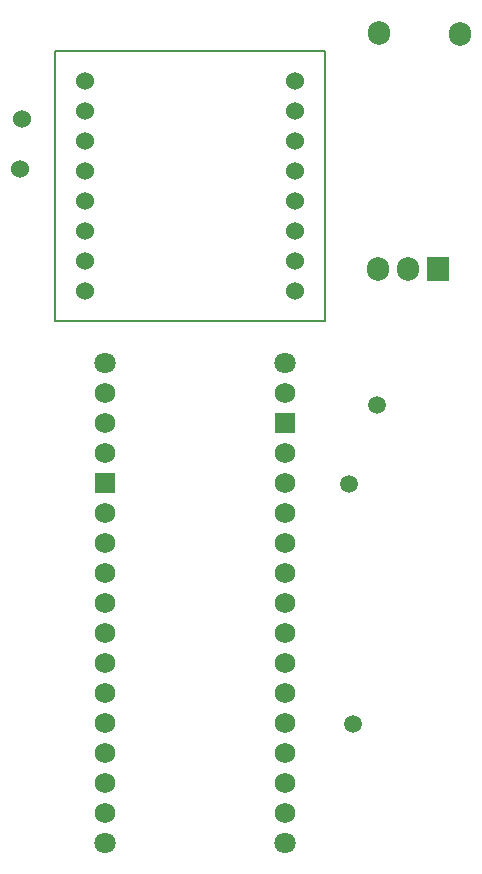
<source format=gbs>
%TF.GenerationSoftware,KiCad,Pcbnew,9.0.1*%
%TF.CreationDate,2025-04-20T20:44:27+02:00*%
%TF.ProjectId,Garcouille_V1,47617263-6f75-4696-9c6c-655f56312e6b,rev?*%
%TF.SameCoordinates,Original*%
%TF.FileFunction,Soldermask,Bot*%
%TF.FilePolarity,Negative*%
%FSLAX46Y46*%
G04 Gerber Fmt 4.6, Leading zero omitted, Abs format (unit mm)*
G04 Created by KiCad (PCBNEW 9.0.1) date 2025-04-20 20:44:27*
%MOMM*%
%LPD*%
G01*
G04 APERTURE LIST*
%ADD10C,0.150000*%
%ADD11O,1.905000X2.000000*%
%ADD12C,1.524000*%
%ADD13C,1.500000*%
%ADD14R,1.905000X2.000000*%
%ADD15C,1.800000*%
%ADD16C,1.727200*%
%ADD17R,1.727200X1.727200*%
G04 APERTURE END LIST*
D10*
%TO.C,DFR1*%
X108661200Y-45161200D02*
X131521200Y-45161200D01*
X108661200Y-68021200D02*
X108661200Y-45161200D01*
X131521200Y-45161200D02*
X131521200Y-68021200D01*
X131521200Y-68021200D02*
X108661200Y-68021200D01*
%TD*%
D11*
%TO.C,*%
X136144000Y-43586400D03*
%TD*%
D12*
%TO.C,*%
X105765600Y-55118000D03*
%TD*%
D13*
%TO.C,*%
X135991600Y-75082400D03*
%TD*%
D14*
%TO.C,U2*%
X141147800Y-63576200D03*
D11*
X138607800Y-63576200D03*
X136067800Y-63576200D03*
%TD*%
%TO.C,*%
X142951200Y-43688000D03*
%TD*%
D15*
%TO.C,A1*%
X112940000Y-71520000D03*
X112940000Y-112160000D03*
X128180000Y-71520000D03*
X128180000Y-112160000D03*
D16*
X128180000Y-107080000D03*
X128180000Y-81680000D03*
X128180000Y-102000000D03*
X128180000Y-99460000D03*
X128180000Y-96920000D03*
X128180000Y-94380000D03*
X128180000Y-91840000D03*
X128180000Y-89300000D03*
X128180000Y-86760000D03*
X128180000Y-84220000D03*
X128180000Y-104540000D03*
X128180000Y-79140000D03*
X112940000Y-76600000D03*
X112940000Y-74060000D03*
X112940000Y-84220000D03*
X112940000Y-86760000D03*
X112940000Y-89300000D03*
X112940000Y-91840000D03*
X112940000Y-94380000D03*
X112940000Y-96920000D03*
X112940000Y-99460000D03*
X112940000Y-102000000D03*
X112940000Y-104540000D03*
X112940000Y-107080000D03*
X112940000Y-109620000D03*
X128180000Y-109620000D03*
D17*
X112940000Y-81680000D03*
X128180000Y-76600000D03*
D16*
X112940000Y-79140000D03*
X128180000Y-74060000D03*
%TD*%
D12*
%TO.C,DFR1*%
X128981200Y-65481200D03*
X128981200Y-62941200D03*
X128981200Y-60401200D03*
X128981200Y-57861200D03*
X128981200Y-55321200D03*
X128981200Y-52781200D03*
X128981200Y-50241200D03*
X128981200Y-47701200D03*
X111201200Y-47701200D03*
X111201200Y-50241200D03*
X111201200Y-52781200D03*
X111201200Y-55321200D03*
X111201200Y-57861200D03*
X111201200Y-60401200D03*
X111201200Y-62941200D03*
X111201200Y-65481200D03*
%TD*%
D13*
%TO.C,*%
X133553200Y-81838800D03*
%TD*%
%TO.C,*%
X133959600Y-102158800D03*
%TD*%
D12*
%TO.C,*%
X105867200Y-50901600D03*
%TD*%
M02*

</source>
